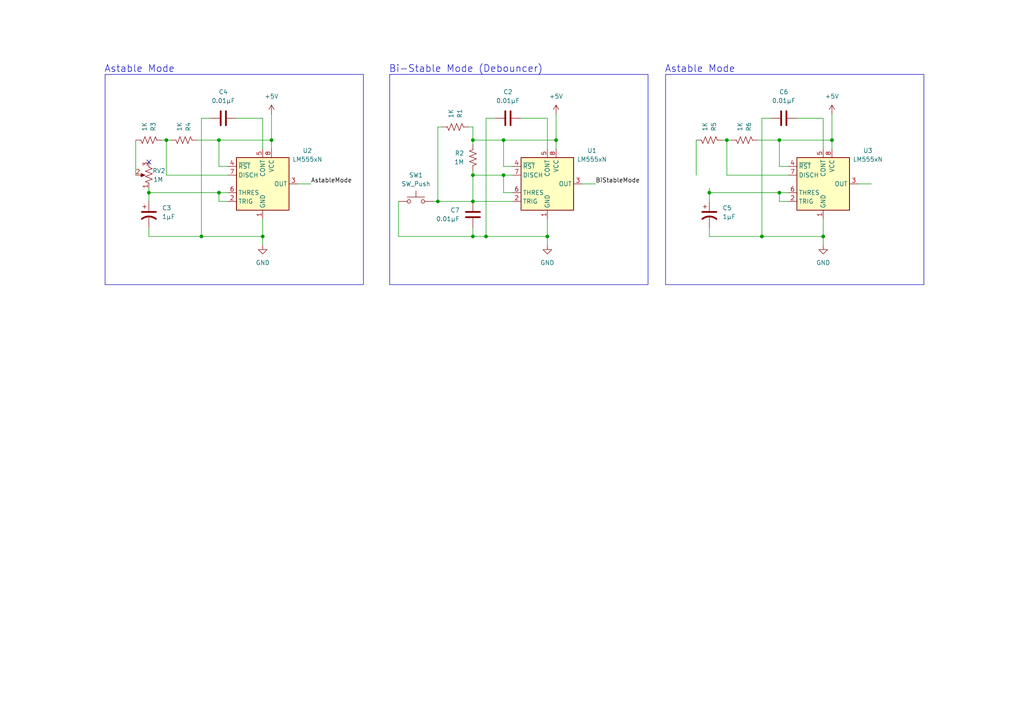
<source format=kicad_sch>
(kicad_sch (version 20250114) (generator "eeschema") (generator_version "9.0")
  (paper "A4")
  (title_block (title "Clock Module"))
  (lib_symbols
    (symbol "Device:C" (pin_numbers (hide yes)) (pin_names (offset 0.254))
      (property "Reference" "C" (at 0.635 2.54 0))
      (property "Value" "C" (at 0.635 -2.54 0))
      (symbol "C_0_1"
        (polyline (pts (xy -2.032 0.762) (xy 2.032 0.762)) (stroke (width 0.508)))
        (polyline (pts (xy -2.032 -0.762) (xy 2.032 -0.762)) (stroke (width 0.508)))
      )
      (symbol "C_1_1"
        (pin passive line (at 0 3.81 270) (length 2.794) (name "~") (number "1"))
        (pin passive line (at 0 -3.81 90) (length 2.794) (name "~") (number "2"))
      )
    )
    (symbol "Device:C_Polarized_US" (pin_numbers (hide yes)) (pin_names (offset 0.254) (hide yes))
      (property "Reference" "C" (at 0.635 2.54 0))
      (property "Value" "C_Polarized_US" (at 0.635 -2.54 0))
      (symbol "C_Polarized_US_0_1"
        (polyline (pts (xy -2.032 0.762) (xy 2.032 0.762)) (stroke (width 0.508)))
        (polyline (pts (xy -1.778 2.286) (xy -0.762 2.286)))
        (polyline (pts (xy -1.27 1.778) (xy -1.27 2.794)))
        (arc (start -2.032 -1.27) (mid 0 -0.5572) (end 2.032 -1.27) (stroke (width 0.508)))
      )
      (symbol "C_Polarized_US_1_1"
        (pin passive line (at 0 3.81 270) (length 2.794) (name "~") (number "1"))
        (pin passive line (at 0 -3.81 90) (length 3.302) (name "~") (number "2"))
      )
    )
    (symbol "Device:R_Potentiometer_US" (pin_names (offset 1.016) (hide yes))
      (property "Reference" "RV" (at -4.445 0 90))
      (property "Value" "R_Potentiometer_US" (at -2.54 0 90))
      (symbol "R_Potentiometer_US_0_1"
        (polyline (pts (xy 0 2.54) (xy 0 2.286)))
        (polyline (pts (xy 0 2.286) (xy 1.016 1.905) (xy 0 1.524) (xy -1.016 1.143) (xy 0 0.762)))
        (polyline (pts (xy 0 0.762) (xy 1.016 0.381) (xy 0 0) (xy -1.016 -0.381) (xy 0 -0.762)))
        (polyline (pts (xy 0 -0.762) (xy 1.016 -1.143) (xy 0 -1.524) (xy -1.016 -1.905) (xy 0 -2.286)))
        (polyline (pts (xy 0 -2.286) (xy 0 -2.54)))
        (polyline (pts (xy 1.143 0) (xy 2.286 0.508) (xy 2.286 -0.508) (xy 1.143 0)) (fill (type outline)))
        (polyline (pts (xy 2.54 0) (xy 1.524 0)))
      )
      (symbol "R_Potentiometer_US_1_1"
        (pin passive line (at 0 3.81 270) (length 1.27) (name "1") (number "1"))
        (pin passive line (at 0 -3.81 90) (length 1.27) (name "3") (number "3"))
        (pin passive line (at 3.81 0 180) (length 1.27) (name "2") (number "2"))
      )
    )
    (symbol "Device:R_US" (pin_numbers (hide yes)) (pin_names (offset 0))
      (property "Reference" "R" (at 2.54 0 90))
      (property "Value" "R_US" (at -2.54 0 90))
      (symbol "R_US_0_1"
        (polyline (pts (xy 0 2.286) (xy 0 2.54)))
        (polyline (pts (xy 0 2.286) (xy 1.016 1.905) (xy 0 1.524) (xy -1.016 1.143) (xy 0 0.762)))
        (polyline (pts (xy 0 0.762) (xy 1.016 0.381) (xy 0 0) (xy -1.016 -0.381) (xy 0 -0.762)))
        (polyline (pts (xy 0 -0.762) (xy 1.016 -1.143) (xy 0 -1.524) (xy -1.016 -1.905) (xy 0 -2.286)))
        (polyline (pts (xy 0 -2.286) (xy 0 -2.54)))
      )
      (symbol "R_US_1_1"
        (pin passive line (at 0 3.81 270) (length 1.27) (name "~") (number "1"))
        (pin passive line (at 0 -3.81 90) (length 1.27) (name "~") (number "2"))
      )
    )
    (symbol "Switch:SW_Push" (pin_numbers (hide yes)) (pin_names (offset 1.016) (hide yes))
      (property "Reference" "SW" (at 1.27 2.54 0))
      (property "Value" "SW_Push" (at 0 -1.524 0))
      (symbol "SW_Push_0_1"
        (circle (center -2.032 0) (radius 0.508))
        (polyline (pts (xy 0 1.27) (xy 0 3.048)))
        (circle (center 2.032 0) (radius 0.508))
        (polyline (pts (xy 2.54 1.27) (xy -2.54 1.27)))
        (pin passive line (at -5.08 0 0) (length 2.54) (name "1") (number "1"))
        (pin passive line (at 5.08 0 180) (length 2.54) (name "2") (number "2"))
      )
    )
    (symbol "Timer:LM555xN"
      (property "Reference" "U" (at -10.16 8.89 0))
      (property "Value" "LM555xN" (at 2.54 8.89 0))
      (symbol "LM555xN_0_0"
        (pin power_in line (at 0 -10.16 90) (length 2.54) (name "GND") (number "1"))
        (pin power_in line (at 2.54 10.16 270) (length 2.54) (name "VCC") (number "8"))
      )
      (symbol "LM555xN_0_1"
        (rectangle (start -7.62 7.62) (end 7.62 -7.62) (stroke (width 0.254)) (fill (type background)))
      )
      (symbol "LM555xN_1_1"
        (pin input line (at -10.16 5.08 0) (length 2.54) (name "~{RST}") (number "4"))
        (pin input line (at -10.16 2.54 0) (length 2.54) (name "DISCH") (number "7"))
        (pin input line (at -10.16 -2.54 0) (length 2.54) (name "THRES") (number "6"))
        (pin input line (at -10.16 -5.08 0) (length 2.54) (name "TRIG") (number "2"))
        (pin open_collector line (at 0 10.16 270) (length 2.54) (name "CONT") (number "5"))
        (pin output line (at 10.16 0 180) (length 2.54) (name "OUT") (number "3"))
      )
    )
    (symbol "power:+5V" (power) (pin_numbers (hide yes)) (pin_names (offset 0) (hide yes))
      (property "Value" "+5V" (at 0 3.556 0))
      (symbol "+5V_0_1"
        (polyline (pts (xy -0.762 1.27) (xy 0 2.54)))
        (polyline (pts (xy 0 2.54) (xy 0.762 1.27)))
        (polyline (pts (xy 0 0) (xy 0 2.54)))
      )
      (symbol "+5V_1_1"
        (pin power_in line (at 0 0 90) (length 0) (name "~") (number "1"))
      )
    )
    (symbol "power:GND" (power) (pin_numbers (hide yes)) (pin_names (offset 0) (hide yes))
      (property "Value" "GND" (at 0 -3.81 0))
      (symbol "GND_0_1"
        (polyline (pts (xy 0 0) (xy 0 -1.27) (xy 1.27 -1.27) (xy 0 -2.54) (xy -1.27 -1.27) (xy 0 -1.27)))
      )
      (symbol "GND_1_1"
        (pin power_in line (at 0 0 270) (length 0) (name "~") (number "1"))
      )
    )
  )
  (rectangle (start 30.48 21.59) (end 105.41 82.55))
  (rectangle (start 193.04 21.59) (end 267.97 82.55))
  (rectangle (start 113.03 21.59) (end 187.96 82.55))
  (text "Astable Mode" (at 192.786 20.066 0) (effects (font (size 2.032 2.032)) (justify left)))
  (text "Astable Mode" (at 30.226 20.066 0) (effects (font (size 2.032 2.032)) (justify left)))
  (text "Bi-Stable Mode (Debouncer)" (at 112.776 20.066 0) (effects (font (size 2.032 2.032)) (justify left)))
  (junction (at 137.16 40.64))
  (junction (at 238.76 68.58))
  (junction (at 226.06 55.88))
  (junction (at 146.05 50.8))
  (junction (at 63.5 40.64))
  (junction (at 220.98 68.58))
  (junction (at 158.75 68.58))
  (junction (at 161.29 40.64))
  (junction (at 226.06 40.64))
  (junction (at 140.97 68.58))
  (junction (at 146.05 40.64))
  (junction (at 210.82 40.64))
  (junction (at 78.74 40.64))
  (junction (at 137.16 50.8))
  (junction (at 137.16 68.58))
  (junction (at 205.74 55.88))
  (junction (at 137.16 58.42))
  (junction (at 43.18 55.88))
  (junction (at 241.3 40.64))
  (junction (at 127 58.42))
  (junction (at 48.26 40.64))
  (junction (at 58.42 68.58))
  (junction (at 63.5 55.88))
  (junction (at 76.2 68.58))
  (no_connect (at 43.18 46.99))
  (wire (pts (xy 78.74 33.02) (xy 78.74 40.64)))
  (wire (pts (xy 43.18 55.88) (xy 43.18 58.42)))
  (wire (pts (xy 226.06 40.64) (xy 241.3 40.64)))
  (wire (pts (xy 43.18 55.88) (xy 63.5 55.88)))
  (wire (pts (xy 127 58.42) (xy 137.16 58.42)))
  (wire (pts (xy 115.57 68.58) (xy 137.16 68.58)))
  (wire (pts (xy 241.3 33.02) (xy 241.3 40.64)))
  (wire (pts (xy 205.74 55.88) (xy 226.06 55.88)))
  (wire (pts (xy 205.74 54.61) (xy 205.74 55.88)))
  (wire (pts (xy 137.16 66.04) (xy 137.16 68.58)))
  (wire (pts (xy 127 36.83) (xy 127 58.42)))
  (wire (pts (xy 86.36 53.34) (xy 90.17 53.34)))
  (wire (pts (xy 210.82 40.64) (xy 212.09 40.64)))
  (wire (pts (xy 226.06 55.88) (xy 226.06 58.42)))
  (wire (pts (xy 220.98 68.58) (xy 238.76 68.58)))
  (wire (pts (xy 148.59 48.26) (xy 146.05 48.26)))
  (wire (pts (xy 238.76 63.5) (xy 238.76 68.58)))
  (wire (pts (xy 161.29 40.64) (xy 161.29 43.18)))
  (wire (pts (xy 48.26 50.8) (xy 66.04 50.8)))
  (wire (pts (xy 76.2 63.5) (xy 76.2 68.58)))
  (wire (pts (xy 146.05 55.88) (xy 148.59 55.88)))
  (wire (pts (xy 135.89 36.83) (xy 137.16 36.83)))
  (wire (pts (xy 241.3 40.64) (xy 241.3 43.18)))
  (wire (pts (xy 248.92 53.34) (xy 252.73 53.34)))
  (wire (pts (xy 205.74 66.04) (xy 205.74 68.58)))
  (wire (pts (xy 228.6 48.26) (xy 226.06 48.26)))
  (wire (pts (xy 146.05 40.64) (xy 161.29 40.64)))
  (wire (pts (xy 63.5 40.64) (xy 78.74 40.64)))
  (wire (pts (xy 146.05 50.8) (xy 146.05 55.88)))
  (wire (pts (xy 219.71 40.64) (xy 226.06 40.64)))
  (wire (pts (xy 76.2 71.12) (xy 76.2 68.58)))
  (wire (pts (xy 60.96 34.29) (xy 58.42 34.29)))
  (wire (pts (xy 76.2 34.29) (xy 68.58 34.29)))
  (wire (pts (xy 43.18 66.04) (xy 43.18 68.58)))
  (wire (pts (xy 220.98 34.29) (xy 220.98 68.58)))
  (wire (pts (xy 228.6 55.88) (xy 226.06 55.88)))
  (wire (pts (xy 148.59 58.42) (xy 137.16 58.42)))
  (wire (pts (xy 137.16 40.64) (xy 146.05 40.64)))
  (wire (pts (xy 63.5 55.88) (xy 63.5 58.42)))
  (wire (pts (xy 146.05 40.64) (xy 146.05 48.26)))
  (wire (pts (xy 58.42 34.29) (xy 58.42 68.58)))
  (wire (pts (xy 209.55 40.64) (xy 210.82 40.64)))
  (wire (pts (xy 115.57 58.42) (xy 115.57 68.58)))
  (wire (pts (xy 76.2 43.18) (xy 76.2 34.29)))
  (wire (pts (xy 201.93 40.64) (xy 201.93 50.8)))
  (wire (pts (xy 146.05 50.8) (xy 137.16 50.8)))
  (wire (pts (xy 125.73 58.42) (xy 127 58.42)))
  (wire (pts (xy 58.42 68.58) (xy 76.2 68.58)))
  (wire (pts (xy 158.75 43.18) (xy 158.75 34.29)))
  (wire (pts (xy 48.26 40.64) (xy 49.53 40.64)))
  (wire (pts (xy 66.04 55.88) (xy 63.5 55.88)))
  (wire (pts (xy 137.16 36.83) (xy 137.16 40.64)))
  (wire (pts (xy 137.16 41.91) (xy 137.16 40.64)))
  (wire (pts (xy 39.37 40.64) (xy 39.37 50.8)))
  (wire (pts (xy 66.04 58.42) (xy 63.5 58.42)))
  (wire (pts (xy 223.52 34.29) (xy 220.98 34.29)))
  (wire (pts (xy 158.75 34.29) (xy 151.13 34.29)))
  (wire (pts (xy 43.18 54.61) (xy 43.18 55.88)))
  (wire (pts (xy 127 36.83) (xy 128.27 36.83)))
  (wire (pts (xy 168.91 53.34) (xy 172.72 53.34)))
  (wire (pts (xy 137.16 50.8) (xy 137.16 58.42)))
  (wire (pts (xy 158.75 71.12) (xy 158.75 68.58)))
  (wire (pts (xy 66.04 48.26) (xy 63.5 48.26)))
  (wire (pts (xy 148.59 50.8) (xy 146.05 50.8)))
  (wire (pts (xy 238.76 43.18) (xy 238.76 34.29)))
  (wire (pts (xy 205.74 55.88) (xy 205.74 58.42)))
  (wire (pts (xy 46.99 40.64) (xy 48.26 40.64)))
  (wire (pts (xy 158.75 63.5) (xy 158.75 68.58)))
  (wire (pts (xy 226.06 40.64) (xy 226.06 48.26)))
  (wire (pts (xy 143.51 34.29) (xy 140.97 34.29)))
  (wire (pts (xy 48.26 40.64) (xy 48.26 50.8)))
  (wire (pts (xy 238.76 71.12) (xy 238.76 68.58)))
  (wire (pts (xy 228.6 58.42) (xy 226.06 58.42)))
  (wire (pts (xy 238.76 34.29) (xy 231.14 34.29)))
  (wire (pts (xy 161.29 33.02) (xy 161.29 40.64)))
  (wire (pts (xy 63.5 40.64) (xy 63.5 48.26)))
  (wire (pts (xy 210.82 40.64) (xy 210.82 50.8)))
  (wire (pts (xy 137.16 68.58) (xy 140.97 68.58)))
  (wire (pts (xy 78.74 40.64) (xy 78.74 43.18)))
  (wire (pts (xy 210.82 50.8) (xy 228.6 50.8)))
  (wire (pts (xy 57.15 40.64) (xy 63.5 40.64)))
  (wire (pts (xy 43.18 68.58) (xy 58.42 68.58)))
  (wire (pts (xy 140.97 68.58) (xy 158.75 68.58)))
  (wire (pts (xy 205.74 68.58) (xy 220.98 68.58)))
  (wire (pts (xy 140.97 34.29) (xy 140.97 68.58)))
  (wire (pts (xy 137.16 50.8) (xy 137.16 49.53)))
  (label "BiStableMode" (at 172.72 53.34 0))
  (label "AstableMode" (at 90.17 53.34 0))
  (symbol (lib_id "Device:R_US") (at 53.34 40.64 270) (mirror x) (unit 1)
    (property "Reference" "R4" (at 54.6101 38.1 0) (effects (justify left)))
    (property "Value" "1K" (at 52.0701 38.1 0) (effects (justify left)))
    (property "Description" "Resistor, US symbol" (effects (hide yes)))
  )
  (symbol (lib_id "Device:R_US") (at 215.9 40.64 270) (mirror x) (unit 1)
    (property "Reference" "R6" (at 217.1701 38.1 0) (effects (justify left)))
    (property "Value" "1K" (at 214.6301 38.1 0) (effects (justify left)))
    (property "Description" "Resistor, US symbol" (effects (hide yes)))
  )
  (symbol (lib_id "Timer:LM555xN") (at 76.2 53.34 0) (unit 1)
    (property "Reference" "U2" (at 89.154 43.688 0))
    (property "Value" "LM555xN" (at 89.154 46.228 0))
    (property "Footprint" "Package_DIP:DIP-8_W7.62mm" (effects (hide yes)))
    (property "Datasheet" "http://www.ti.com/lit/ds/symlink/lm555.pdf" (effects (hide yes)))
    (property "Description" "Timer, 555 compatible, PDIP-8" (effects (hide yes)))
  )
  (symbol (lib_id "Device:C") (at 64.77 34.29 90) (unit 1)
    (property "Reference" "C4" (at 64.77 26.67 90))
    (property "Value" "0.01µF" (at 64.77 29.21 90))
    (property "Description" "Unpolarized capacitor" (effects (hide yes)))
  )
  (symbol (lib_id "Timer:LM555xN") (at 238.76 53.34 0) (unit 1)
    (property "Reference" "U3" (at 251.714 43.688 0))
    (property "Value" "LM555xN" (at 251.714 46.228 0))
    (property "Footprint" "Package_DIP:DIP-8_W7.62mm" (effects (hide yes)))
    (property "Datasheet" "http://www.ti.com/lit/ds/symlink/lm555.pdf" (effects (hide yes)))
    (property "Description" "Timer, 555 compatible, PDIP-8" (effects (hide yes)))
  )
  (symbol (lib_id "Timer:LM555xN") (at 158.75 53.34 0) (unit 1)
    (property "Reference" "U1" (at 171.704 43.688 0))
    (property "Value" "LM555xN" (at 171.704 46.228 0))
    (property "Footprint" "Package_DIP:DIP-8_W7.62mm" (effects (hide yes)))
    (property "Datasheet" "http://www.ti.com/lit/ds/symlink/lm555.pdf" (effects (hide yes)))
    (property "Description" "Timer, 555 compatible, PDIP-8" (effects (hide yes)))
  )
  (symbol (lib_id "power:+5V") (at 241.3 33.02 0) (unit 1)
    (property "Reference" "#PWR08" (effects (hide yes)))
    (property "Value" "+5V" (at 241.3 27.94 0))
    (property "Description" "Power symbol creates a global label with name \"+5V\"" (effects (hide yes)))
  )
  (symbol (lib_id "Switch:SW_Push") (at 120.65 58.42 0) (unit 1)
    (property "Reference" "SW1" (at 120.65 50.8 0))
    (property "Value" "SW_Push" (at 120.65 53.34 0))
    (property "Description" "Push button switch, generic, two pins" (effects (hide yes)))
  )
  (symbol (lib_id "power:GND") (at 238.76 71.12 0) (unit 1)
    (property "Reference" "#PWR07" (effects (hide yes)))
    (property "Value" "GND" (at 238.76 76.2 0))
    (property "Description" "Power symbol creates a global label with name \"GND\" , ground" (effects (hide yes)))
  )
  (symbol (lib_id "Device:R_US") (at 132.08 36.83 270) (mirror x) (unit 1)
    (property "Reference" "R1" (at 133.3501 34.29 0) (effects (justify left)))
    (property "Value" "1K" (at 130.8101 34.29 0) (effects (justify left)))
    (property "Description" "Resistor, US symbol" (effects (hide yes)))
  )
  (symbol (lib_id "Device:C_Polarized_US") (at 205.74 62.23 0) (unit 1)
    (property "Reference" "C5" (at 209.55 60.3249 0) (effects (justify left)))
    (property "Value" "1µF" (at 209.55 62.8649 0) (effects (justify left)))
    (property "Description" "Polarized capacitor, US symbol" (effects (hide yes)))
  )
  (symbol (lib_id "Device:C") (at 227.33 34.29 90) (unit 1)
    (property "Reference" "C6" (at 227.33 26.67 90))
    (property "Value" "0.01µF" (at 227.33 29.21 90))
    (property "Description" "Unpolarized capacitor" (effects (hide yes)))
  )
  (symbol (lib_id "power:GND") (at 158.75 71.12 0) (unit 1)
    (property "Reference" "#PWR05" (effects (hide yes)))
    (property "Value" "GND" (at 158.75 76.2 0))
    (property "Description" "Power symbol creates a global label with name \"GND\" , ground" (effects (hide yes)))
  )
  (symbol (lib_id "Device:C_Polarized_US") (at 43.18 62.23 0) (unit 1)
    (property "Reference" "C3" (at 46.99 60.3249 0) (effects (justify left)))
    (property "Value" "1µF" (at 46.99 62.8649 0) (effects (justify left)))
    (property "Description" "Polarized capacitor, US symbol" (effects (hide yes)))
  )
  (symbol (lib_id "Device:R_Potentiometer_US") (at 43.18 50.8 180) (unit 1)
    (property "Reference" "RV2" (at 44.196 49.53 0) (effects (justify right)))
    (property "Value" "1M" (at 44.45 52.07 0) (effects (justify right)))
    (property "Description" "Potentiometer, US symbol" (effects (hide yes)))
  )
  (symbol (lib_id "Device:C") (at 137.16 62.23 0) (mirror x) (unit 1)
    (property "Reference" "C7" (at 133.35 60.9599 0) (effects (justify right)))
    (property "Value" "0.01µF" (at 133.35 63.4999 0) (effects (justify right)))
    (property "Description" "Unpolarized capacitor" (effects (hide yes)))
  )
  (symbol (lib_id "Device:C") (at 147.32 34.29 90) (unit 1)
    (property "Reference" "C2" (at 147.32 26.67 90))
    (property "Value" "0.01µF" (at 147.32 29.21 90))
    (property "Description" "Unpolarized capacitor" (effects (hide yes)))
  )
  (symbol (lib_id "Device:R_US") (at 205.74 40.64 270) (mirror x) (unit 1)
    (property "Reference" "R5" (at 207.0101 38.1 0) (effects (justify left)))
    (property "Value" "1K" (at 204.4701 38.1 0) (effects (justify left)))
    (property "Description" "Resistor, US symbol" (effects (hide yes)))
  )
  (symbol (lib_id "power:GND") (at 76.2 71.12 0) (unit 1)
    (property "Reference" "#PWR03" (effects (hide yes)))
    (property "Value" "GND" (at 76.2 76.2 0))
    (property "Description" "Power symbol creates a global label with name \"GND\" , ground" (effects (hide yes)))
  )
  (symbol (lib_id "Device:R_US") (at 137.16 45.72 0) (mirror y) (unit 1)
    (property "Reference" "R2" (at 134.62 44.4499 0) (effects (justify left)))
    (property "Value" "1M" (at 134.62 46.9899 0) (effects (justify left)))
    (property "Description" "Resistor, US symbol" (effects (hide yes)))
  )
  (symbol (lib_id "power:+5V") (at 161.29 33.02 0) (unit 1)
    (property "Reference" "#PWR06" (effects (hide yes)))
    (property "Value" "+5V" (at 161.29 27.94 0))
    (property "Description" "Power symbol creates a global label with name \"+5V\"" (effects (hide yes)))
  )
  (symbol (lib_id "power:+5V") (at 78.74 33.02 0) (unit 1)
    (property "Reference" "#PWR01" (effects (hide yes)))
    (property "Value" "+5V" (at 78.74 27.94 0))
    (property "Description" "Power symbol creates a global label with name \"+5V\"" (effects (hide yes)))
  )
  (symbol (lib_id "Device:R_US") (at 43.18 40.64 270) (mirror x) (unit 1)
    (property "Reference" "R3" (at 44.4501 38.1 0) (effects (justify left)))
    (property "Value" "1K" (at 41.9101 38.1 0) (effects (justify left)))
    (property "Description" "Resistor, US symbol" (effects (hide yes)))
  )
)
</source>
